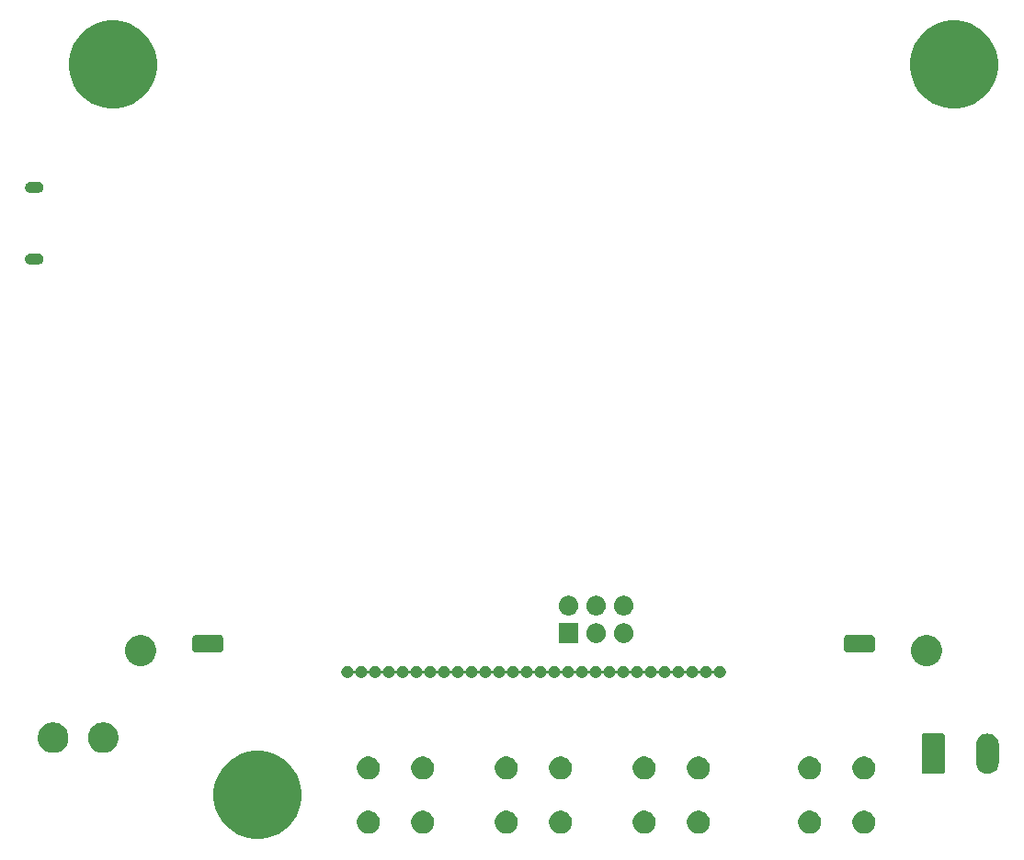
<source format=gbr>
G04 #@! TF.GenerationSoftware,KiCad,Pcbnew,(5.0.2)-1*
G04 #@! TF.CreationDate,2019-04-15T21:52:42-04:00*
G04 #@! TF.ProjectId,gomagottcha,676f6d61-676f-4747-9463-68612e6b6963,rev?*
G04 #@! TF.SameCoordinates,Original*
G04 #@! TF.FileFunction,Soldermask,Bot*
G04 #@! TF.FilePolarity,Negative*
%FSLAX46Y46*%
G04 Gerber Fmt 4.6, Leading zero omitted, Abs format (unit mm)*
G04 Created by KiCad (PCBNEW (5.0.2)-1) date 4/15/2019 9:52:42 PM*
%MOMM*%
%LPD*%
G01*
G04 APERTURE LIST*
%ADD10C,0.100000*%
G04 APERTURE END LIST*
D10*
G36*
X60871632Y-82464677D02*
X61303495Y-82643561D01*
X61608868Y-82770050D01*
X62018316Y-83043635D01*
X62272365Y-83213385D01*
X62836615Y-83777635D01*
X62836617Y-83777638D01*
X63279950Y-84441132D01*
X63279950Y-84441133D01*
X63585323Y-85178368D01*
X63741000Y-85961010D01*
X63741000Y-86758990D01*
X63585323Y-87541632D01*
X63474575Y-87809000D01*
X63279950Y-88278868D01*
X62839606Y-88937889D01*
X62836615Y-88942365D01*
X62272365Y-89506615D01*
X62272362Y-89506617D01*
X61608868Y-89949950D01*
X61303495Y-90076439D01*
X60871632Y-90255323D01*
X60088990Y-90411000D01*
X59291010Y-90411000D01*
X58508368Y-90255323D01*
X58076505Y-90076439D01*
X57771132Y-89949950D01*
X57107638Y-89506617D01*
X57107635Y-89506615D01*
X56543385Y-88942365D01*
X56540394Y-88937889D01*
X56100050Y-88278868D01*
X55905425Y-87809000D01*
X55794677Y-87541632D01*
X55639000Y-86758990D01*
X55639000Y-85961010D01*
X55794677Y-85178368D01*
X56100050Y-84441133D01*
X56100050Y-84441132D01*
X56543383Y-83777638D01*
X56543385Y-83777635D01*
X57107635Y-83213385D01*
X57361684Y-83043635D01*
X57771132Y-82770050D01*
X58076505Y-82643561D01*
X58508368Y-82464677D01*
X59291010Y-82309000D01*
X60088990Y-82309000D01*
X60871632Y-82464677D01*
X60871632Y-82464677D01*
G37*
G36*
X115836565Y-87849389D02*
X116027834Y-87928615D01*
X116199976Y-88043637D01*
X116346363Y-88190024D01*
X116461385Y-88362166D01*
X116540611Y-88553435D01*
X116581000Y-88756484D01*
X116581000Y-88963516D01*
X116540611Y-89166565D01*
X116461385Y-89357834D01*
X116346363Y-89529976D01*
X116199976Y-89676363D01*
X116027834Y-89791385D01*
X115836565Y-89870611D01*
X115633516Y-89911000D01*
X115426484Y-89911000D01*
X115223435Y-89870611D01*
X115032166Y-89791385D01*
X114860024Y-89676363D01*
X114713637Y-89529976D01*
X114598615Y-89357834D01*
X114519389Y-89166565D01*
X114479000Y-88963516D01*
X114479000Y-88756484D01*
X114519389Y-88553435D01*
X114598615Y-88362166D01*
X114713637Y-88190024D01*
X114860024Y-88043637D01*
X115032166Y-87928615D01*
X115223435Y-87849389D01*
X115426484Y-87809000D01*
X115633516Y-87809000D01*
X115836565Y-87849389D01*
X115836565Y-87849389D01*
G37*
G36*
X70196565Y-87849389D02*
X70387834Y-87928615D01*
X70559976Y-88043637D01*
X70706363Y-88190024D01*
X70821385Y-88362166D01*
X70900611Y-88553435D01*
X70941000Y-88756484D01*
X70941000Y-88963516D01*
X70900611Y-89166565D01*
X70821385Y-89357834D01*
X70706363Y-89529976D01*
X70559976Y-89676363D01*
X70387834Y-89791385D01*
X70196565Y-89870611D01*
X69993516Y-89911000D01*
X69786484Y-89911000D01*
X69583435Y-89870611D01*
X69392166Y-89791385D01*
X69220024Y-89676363D01*
X69073637Y-89529976D01*
X68958615Y-89357834D01*
X68879389Y-89166565D01*
X68839000Y-88963516D01*
X68839000Y-88756484D01*
X68879389Y-88553435D01*
X68958615Y-88362166D01*
X69073637Y-88190024D01*
X69220024Y-88043637D01*
X69392166Y-87928615D01*
X69583435Y-87849389D01*
X69786484Y-87809000D01*
X69993516Y-87809000D01*
X70196565Y-87849389D01*
X70196565Y-87849389D01*
G37*
G36*
X110836565Y-87849389D02*
X111027834Y-87928615D01*
X111199976Y-88043637D01*
X111346363Y-88190024D01*
X111461385Y-88362166D01*
X111540611Y-88553435D01*
X111581000Y-88756484D01*
X111581000Y-88963516D01*
X111540611Y-89166565D01*
X111461385Y-89357834D01*
X111346363Y-89529976D01*
X111199976Y-89676363D01*
X111027834Y-89791385D01*
X110836565Y-89870611D01*
X110633516Y-89911000D01*
X110426484Y-89911000D01*
X110223435Y-89870611D01*
X110032166Y-89791385D01*
X109860024Y-89676363D01*
X109713637Y-89529976D01*
X109598615Y-89357834D01*
X109519389Y-89166565D01*
X109479000Y-88963516D01*
X109479000Y-88756484D01*
X109519389Y-88553435D01*
X109598615Y-88362166D01*
X109713637Y-88190024D01*
X109860024Y-88043637D01*
X110032166Y-87928615D01*
X110223435Y-87849389D01*
X110426484Y-87809000D01*
X110633516Y-87809000D01*
X110836565Y-87849389D01*
X110836565Y-87849389D01*
G37*
G36*
X75196565Y-87849389D02*
X75387834Y-87928615D01*
X75559976Y-88043637D01*
X75706363Y-88190024D01*
X75821385Y-88362166D01*
X75900611Y-88553435D01*
X75941000Y-88756484D01*
X75941000Y-88963516D01*
X75900611Y-89166565D01*
X75821385Y-89357834D01*
X75706363Y-89529976D01*
X75559976Y-89676363D01*
X75387834Y-89791385D01*
X75196565Y-89870611D01*
X74993516Y-89911000D01*
X74786484Y-89911000D01*
X74583435Y-89870611D01*
X74392166Y-89791385D01*
X74220024Y-89676363D01*
X74073637Y-89529976D01*
X73958615Y-89357834D01*
X73879389Y-89166565D01*
X73839000Y-88963516D01*
X73839000Y-88756484D01*
X73879389Y-88553435D01*
X73958615Y-88362166D01*
X74073637Y-88190024D01*
X74220024Y-88043637D01*
X74392166Y-87928615D01*
X74583435Y-87849389D01*
X74786484Y-87809000D01*
X74993516Y-87809000D01*
X75196565Y-87849389D01*
X75196565Y-87849389D01*
G37*
G36*
X87896565Y-87849389D02*
X88087834Y-87928615D01*
X88259976Y-88043637D01*
X88406363Y-88190024D01*
X88521385Y-88362166D01*
X88600611Y-88553435D01*
X88641000Y-88756484D01*
X88641000Y-88963516D01*
X88600611Y-89166565D01*
X88521385Y-89357834D01*
X88406363Y-89529976D01*
X88259976Y-89676363D01*
X88087834Y-89791385D01*
X87896565Y-89870611D01*
X87693516Y-89911000D01*
X87486484Y-89911000D01*
X87283435Y-89870611D01*
X87092166Y-89791385D01*
X86920024Y-89676363D01*
X86773637Y-89529976D01*
X86658615Y-89357834D01*
X86579389Y-89166565D01*
X86539000Y-88963516D01*
X86539000Y-88756484D01*
X86579389Y-88553435D01*
X86658615Y-88362166D01*
X86773637Y-88190024D01*
X86920024Y-88043637D01*
X87092166Y-87928615D01*
X87283435Y-87849389D01*
X87486484Y-87809000D01*
X87693516Y-87809000D01*
X87896565Y-87849389D01*
X87896565Y-87849389D01*
G37*
G36*
X82896565Y-87849389D02*
X83087834Y-87928615D01*
X83259976Y-88043637D01*
X83406363Y-88190024D01*
X83521385Y-88362166D01*
X83600611Y-88553435D01*
X83641000Y-88756484D01*
X83641000Y-88963516D01*
X83600611Y-89166565D01*
X83521385Y-89357834D01*
X83406363Y-89529976D01*
X83259976Y-89676363D01*
X83087834Y-89791385D01*
X82896565Y-89870611D01*
X82693516Y-89911000D01*
X82486484Y-89911000D01*
X82283435Y-89870611D01*
X82092166Y-89791385D01*
X81920024Y-89676363D01*
X81773637Y-89529976D01*
X81658615Y-89357834D01*
X81579389Y-89166565D01*
X81539000Y-88963516D01*
X81539000Y-88756484D01*
X81579389Y-88553435D01*
X81658615Y-88362166D01*
X81773637Y-88190024D01*
X81920024Y-88043637D01*
X82092166Y-87928615D01*
X82283435Y-87849389D01*
X82486484Y-87809000D01*
X82693516Y-87809000D01*
X82896565Y-87849389D01*
X82896565Y-87849389D01*
G37*
G36*
X95596565Y-87849389D02*
X95787834Y-87928615D01*
X95959976Y-88043637D01*
X96106363Y-88190024D01*
X96221385Y-88362166D01*
X96300611Y-88553435D01*
X96341000Y-88756484D01*
X96341000Y-88963516D01*
X96300611Y-89166565D01*
X96221385Y-89357834D01*
X96106363Y-89529976D01*
X95959976Y-89676363D01*
X95787834Y-89791385D01*
X95596565Y-89870611D01*
X95393516Y-89911000D01*
X95186484Y-89911000D01*
X94983435Y-89870611D01*
X94792166Y-89791385D01*
X94620024Y-89676363D01*
X94473637Y-89529976D01*
X94358615Y-89357834D01*
X94279389Y-89166565D01*
X94239000Y-88963516D01*
X94239000Y-88756484D01*
X94279389Y-88553435D01*
X94358615Y-88362166D01*
X94473637Y-88190024D01*
X94620024Y-88043637D01*
X94792166Y-87928615D01*
X94983435Y-87849389D01*
X95186484Y-87809000D01*
X95393516Y-87809000D01*
X95596565Y-87849389D01*
X95596565Y-87849389D01*
G37*
G36*
X100596565Y-87849389D02*
X100787834Y-87928615D01*
X100959976Y-88043637D01*
X101106363Y-88190024D01*
X101221385Y-88362166D01*
X101300611Y-88553435D01*
X101341000Y-88756484D01*
X101341000Y-88963516D01*
X101300611Y-89166565D01*
X101221385Y-89357834D01*
X101106363Y-89529976D01*
X100959976Y-89676363D01*
X100787834Y-89791385D01*
X100596565Y-89870611D01*
X100393516Y-89911000D01*
X100186484Y-89911000D01*
X99983435Y-89870611D01*
X99792166Y-89791385D01*
X99620024Y-89676363D01*
X99473637Y-89529976D01*
X99358615Y-89357834D01*
X99279389Y-89166565D01*
X99239000Y-88963516D01*
X99239000Y-88756484D01*
X99279389Y-88553435D01*
X99358615Y-88362166D01*
X99473637Y-88190024D01*
X99620024Y-88043637D01*
X99792166Y-87928615D01*
X99983435Y-87849389D01*
X100186484Y-87809000D01*
X100393516Y-87809000D01*
X100596565Y-87849389D01*
X100596565Y-87849389D01*
G37*
G36*
X95596565Y-82849389D02*
X95787834Y-82928615D01*
X95959976Y-83043637D01*
X96106363Y-83190024D01*
X96221385Y-83362166D01*
X96300611Y-83553435D01*
X96341000Y-83756484D01*
X96341000Y-83963516D01*
X96300611Y-84166565D01*
X96221385Y-84357834D01*
X96106363Y-84529976D01*
X95959976Y-84676363D01*
X95787834Y-84791385D01*
X95596565Y-84870611D01*
X95393516Y-84911000D01*
X95186484Y-84911000D01*
X94983435Y-84870611D01*
X94792166Y-84791385D01*
X94620024Y-84676363D01*
X94473637Y-84529976D01*
X94358615Y-84357834D01*
X94279389Y-84166565D01*
X94239000Y-83963516D01*
X94239000Y-83756484D01*
X94279389Y-83553435D01*
X94358615Y-83362166D01*
X94473637Y-83190024D01*
X94620024Y-83043637D01*
X94792166Y-82928615D01*
X94983435Y-82849389D01*
X95186484Y-82809000D01*
X95393516Y-82809000D01*
X95596565Y-82849389D01*
X95596565Y-82849389D01*
G37*
G36*
X100596565Y-82849389D02*
X100787834Y-82928615D01*
X100959976Y-83043637D01*
X101106363Y-83190024D01*
X101221385Y-83362166D01*
X101300611Y-83553435D01*
X101341000Y-83756484D01*
X101341000Y-83963516D01*
X101300611Y-84166565D01*
X101221385Y-84357834D01*
X101106363Y-84529976D01*
X100959976Y-84676363D01*
X100787834Y-84791385D01*
X100596565Y-84870611D01*
X100393516Y-84911000D01*
X100186484Y-84911000D01*
X99983435Y-84870611D01*
X99792166Y-84791385D01*
X99620024Y-84676363D01*
X99473637Y-84529976D01*
X99358615Y-84357834D01*
X99279389Y-84166565D01*
X99239000Y-83963516D01*
X99239000Y-83756484D01*
X99279389Y-83553435D01*
X99358615Y-83362166D01*
X99473637Y-83190024D01*
X99620024Y-83043637D01*
X99792166Y-82928615D01*
X99983435Y-82849389D01*
X100186484Y-82809000D01*
X100393516Y-82809000D01*
X100596565Y-82849389D01*
X100596565Y-82849389D01*
G37*
G36*
X82896565Y-82849389D02*
X83087834Y-82928615D01*
X83259976Y-83043637D01*
X83406363Y-83190024D01*
X83521385Y-83362166D01*
X83600611Y-83553435D01*
X83641000Y-83756484D01*
X83641000Y-83963516D01*
X83600611Y-84166565D01*
X83521385Y-84357834D01*
X83406363Y-84529976D01*
X83259976Y-84676363D01*
X83087834Y-84791385D01*
X82896565Y-84870611D01*
X82693516Y-84911000D01*
X82486484Y-84911000D01*
X82283435Y-84870611D01*
X82092166Y-84791385D01*
X81920024Y-84676363D01*
X81773637Y-84529976D01*
X81658615Y-84357834D01*
X81579389Y-84166565D01*
X81539000Y-83963516D01*
X81539000Y-83756484D01*
X81579389Y-83553435D01*
X81658615Y-83362166D01*
X81773637Y-83190024D01*
X81920024Y-83043637D01*
X82092166Y-82928615D01*
X82283435Y-82849389D01*
X82486484Y-82809000D01*
X82693516Y-82809000D01*
X82896565Y-82849389D01*
X82896565Y-82849389D01*
G37*
G36*
X87896565Y-82849389D02*
X88087834Y-82928615D01*
X88259976Y-83043637D01*
X88406363Y-83190024D01*
X88521385Y-83362166D01*
X88600611Y-83553435D01*
X88641000Y-83756484D01*
X88641000Y-83963516D01*
X88600611Y-84166565D01*
X88521385Y-84357834D01*
X88406363Y-84529976D01*
X88259976Y-84676363D01*
X88087834Y-84791385D01*
X87896565Y-84870611D01*
X87693516Y-84911000D01*
X87486484Y-84911000D01*
X87283435Y-84870611D01*
X87092166Y-84791385D01*
X86920024Y-84676363D01*
X86773637Y-84529976D01*
X86658615Y-84357834D01*
X86579389Y-84166565D01*
X86539000Y-83963516D01*
X86539000Y-83756484D01*
X86579389Y-83553435D01*
X86658615Y-83362166D01*
X86773637Y-83190024D01*
X86920024Y-83043637D01*
X87092166Y-82928615D01*
X87283435Y-82849389D01*
X87486484Y-82809000D01*
X87693516Y-82809000D01*
X87896565Y-82849389D01*
X87896565Y-82849389D01*
G37*
G36*
X75196565Y-82849389D02*
X75387834Y-82928615D01*
X75559976Y-83043637D01*
X75706363Y-83190024D01*
X75821385Y-83362166D01*
X75900611Y-83553435D01*
X75941000Y-83756484D01*
X75941000Y-83963516D01*
X75900611Y-84166565D01*
X75821385Y-84357834D01*
X75706363Y-84529976D01*
X75559976Y-84676363D01*
X75387834Y-84791385D01*
X75196565Y-84870611D01*
X74993516Y-84911000D01*
X74786484Y-84911000D01*
X74583435Y-84870611D01*
X74392166Y-84791385D01*
X74220024Y-84676363D01*
X74073637Y-84529976D01*
X73958615Y-84357834D01*
X73879389Y-84166565D01*
X73839000Y-83963516D01*
X73839000Y-83756484D01*
X73879389Y-83553435D01*
X73958615Y-83362166D01*
X74073637Y-83190024D01*
X74220024Y-83043637D01*
X74392166Y-82928615D01*
X74583435Y-82849389D01*
X74786484Y-82809000D01*
X74993516Y-82809000D01*
X75196565Y-82849389D01*
X75196565Y-82849389D01*
G37*
G36*
X115836565Y-82849389D02*
X116027834Y-82928615D01*
X116199976Y-83043637D01*
X116346363Y-83190024D01*
X116461385Y-83362166D01*
X116540611Y-83553435D01*
X116581000Y-83756484D01*
X116581000Y-83963516D01*
X116540611Y-84166565D01*
X116461385Y-84357834D01*
X116346363Y-84529976D01*
X116199976Y-84676363D01*
X116027834Y-84791385D01*
X115836565Y-84870611D01*
X115633516Y-84911000D01*
X115426484Y-84911000D01*
X115223435Y-84870611D01*
X115032166Y-84791385D01*
X114860024Y-84676363D01*
X114713637Y-84529976D01*
X114598615Y-84357834D01*
X114519389Y-84166565D01*
X114479000Y-83963516D01*
X114479000Y-83756484D01*
X114519389Y-83553435D01*
X114598615Y-83362166D01*
X114713637Y-83190024D01*
X114860024Y-83043637D01*
X115032166Y-82928615D01*
X115223435Y-82849389D01*
X115426484Y-82809000D01*
X115633516Y-82809000D01*
X115836565Y-82849389D01*
X115836565Y-82849389D01*
G37*
G36*
X110836565Y-82849389D02*
X111027834Y-82928615D01*
X111199976Y-83043637D01*
X111346363Y-83190024D01*
X111461385Y-83362166D01*
X111540611Y-83553435D01*
X111581000Y-83756484D01*
X111581000Y-83963516D01*
X111540611Y-84166565D01*
X111461385Y-84357834D01*
X111346363Y-84529976D01*
X111199976Y-84676363D01*
X111027834Y-84791385D01*
X110836565Y-84870611D01*
X110633516Y-84911000D01*
X110426484Y-84911000D01*
X110223435Y-84870611D01*
X110032166Y-84791385D01*
X109860024Y-84676363D01*
X109713637Y-84529976D01*
X109598615Y-84357834D01*
X109519389Y-84166565D01*
X109479000Y-83963516D01*
X109479000Y-83756484D01*
X109519389Y-83553435D01*
X109598615Y-83362166D01*
X109713637Y-83190024D01*
X109860024Y-83043637D01*
X110032166Y-82928615D01*
X110223435Y-82849389D01*
X110426484Y-82809000D01*
X110633516Y-82809000D01*
X110836565Y-82849389D01*
X110836565Y-82849389D01*
G37*
G36*
X70196565Y-82849389D02*
X70387834Y-82928615D01*
X70559976Y-83043637D01*
X70706363Y-83190024D01*
X70821385Y-83362166D01*
X70900611Y-83553435D01*
X70941000Y-83756484D01*
X70941000Y-83963516D01*
X70900611Y-84166565D01*
X70821385Y-84357834D01*
X70706363Y-84529976D01*
X70559976Y-84676363D01*
X70387834Y-84791385D01*
X70196565Y-84870611D01*
X69993516Y-84911000D01*
X69786484Y-84911000D01*
X69583435Y-84870611D01*
X69392166Y-84791385D01*
X69220024Y-84676363D01*
X69073637Y-84529976D01*
X68958615Y-84357834D01*
X68879389Y-84166565D01*
X68839000Y-83963516D01*
X68839000Y-83756484D01*
X68879389Y-83553435D01*
X68958615Y-83362166D01*
X69073637Y-83190024D01*
X69220024Y-83043637D01*
X69392166Y-82928615D01*
X69583435Y-82849389D01*
X69786484Y-82809000D01*
X69993516Y-82809000D01*
X70196565Y-82849389D01*
X70196565Y-82849389D01*
G37*
G36*
X127126031Y-80714207D02*
X127324145Y-80774305D01*
X127506729Y-80871897D01*
X127666765Y-81003235D01*
X127666766Y-81003237D01*
X127666768Y-81003238D01*
X127745568Y-81099257D01*
X127798103Y-81163271D01*
X127895695Y-81345854D01*
X127955793Y-81543968D01*
X127971000Y-81698370D01*
X127971000Y-83401630D01*
X127955793Y-83556032D01*
X127895695Y-83754146D01*
X127798103Y-83936729D01*
X127666765Y-84096765D01*
X127506729Y-84228103D01*
X127324146Y-84325695D01*
X127126032Y-84385793D01*
X126920000Y-84406085D01*
X126713969Y-84385793D01*
X126515855Y-84325695D01*
X126333272Y-84228103D01*
X126173236Y-84096765D01*
X126041898Y-83936729D01*
X125944306Y-83754146D01*
X125944305Y-83754144D01*
X125884207Y-83556033D01*
X125869000Y-83401631D01*
X125869000Y-81698370D01*
X125884207Y-81543973D01*
X125884207Y-81543969D01*
X125944305Y-81345855D01*
X126041897Y-81163271D01*
X126173235Y-81003235D01*
X126173237Y-81003234D01*
X126173238Y-81003232D01*
X126333269Y-80871899D01*
X126333271Y-80871897D01*
X126515854Y-80774305D01*
X126713968Y-80714207D01*
X126920000Y-80693915D01*
X127126031Y-80714207D01*
X127126031Y-80714207D01*
G37*
G36*
X122834851Y-80702840D02*
X122866443Y-80712423D01*
X122895557Y-80727985D01*
X122921073Y-80748927D01*
X122942015Y-80774443D01*
X122957577Y-80803557D01*
X122967160Y-80835149D01*
X122971000Y-80874140D01*
X122971000Y-84225860D01*
X122967160Y-84264851D01*
X122957577Y-84296443D01*
X122942015Y-84325557D01*
X122921073Y-84351073D01*
X122895557Y-84372015D01*
X122866443Y-84387577D01*
X122834851Y-84397160D01*
X122795860Y-84401000D01*
X121044140Y-84401000D01*
X121005149Y-84397160D01*
X120973557Y-84387577D01*
X120944443Y-84372015D01*
X120918927Y-84351073D01*
X120897985Y-84325557D01*
X120882423Y-84296443D01*
X120872840Y-84264851D01*
X120869000Y-84225860D01*
X120869000Y-80874140D01*
X120872840Y-80835149D01*
X120882423Y-80803557D01*
X120897985Y-80774443D01*
X120918927Y-80748927D01*
X120944443Y-80727985D01*
X120973557Y-80712423D01*
X121005149Y-80702840D01*
X121044140Y-80699000D01*
X122795860Y-80699000D01*
X122834851Y-80702840D01*
X122834851Y-80702840D01*
G37*
G36*
X45784433Y-79713893D02*
X45874657Y-79731839D01*
X45980267Y-79775585D01*
X46129621Y-79837449D01*
X46359089Y-79990774D01*
X46554226Y-80185911D01*
X46707551Y-80415379D01*
X46769415Y-80564733D01*
X46813161Y-80670343D01*
X46827669Y-80743281D01*
X46860929Y-80910490D01*
X46867000Y-80941014D01*
X46867000Y-81216986D01*
X46813161Y-81487657D01*
X46789834Y-81543972D01*
X46707551Y-81742621D01*
X46554226Y-81972089D01*
X46359089Y-82167226D01*
X46129621Y-82320551D01*
X45980267Y-82382415D01*
X45874657Y-82426161D01*
X45784433Y-82444107D01*
X45603988Y-82480000D01*
X45328012Y-82480000D01*
X45147567Y-82444107D01*
X45057343Y-82426161D01*
X44951733Y-82382415D01*
X44802379Y-82320551D01*
X44572911Y-82167226D01*
X44377774Y-81972089D01*
X44224449Y-81742621D01*
X44142166Y-81543972D01*
X44118839Y-81487657D01*
X44065000Y-81216986D01*
X44065000Y-80941014D01*
X44071072Y-80910490D01*
X44104331Y-80743281D01*
X44118839Y-80670343D01*
X44162585Y-80564733D01*
X44224449Y-80415379D01*
X44377774Y-80185911D01*
X44572911Y-79990774D01*
X44802379Y-79837449D01*
X44951733Y-79775585D01*
X45057343Y-79731839D01*
X45147567Y-79713893D01*
X45328012Y-79678000D01*
X45603988Y-79678000D01*
X45784433Y-79713893D01*
X45784433Y-79713893D01*
G37*
G36*
X41184433Y-79713893D02*
X41274657Y-79731839D01*
X41380267Y-79775585D01*
X41529621Y-79837449D01*
X41759089Y-79990774D01*
X41954226Y-80185911D01*
X42107551Y-80415379D01*
X42169415Y-80564733D01*
X42213161Y-80670343D01*
X42227669Y-80743281D01*
X42260929Y-80910490D01*
X42267000Y-80941014D01*
X42267000Y-81216986D01*
X42213161Y-81487657D01*
X42189834Y-81543972D01*
X42107551Y-81742621D01*
X41954226Y-81972089D01*
X41759089Y-82167226D01*
X41529621Y-82320551D01*
X41380267Y-82382415D01*
X41274657Y-82426161D01*
X41184433Y-82444107D01*
X41003988Y-82480000D01*
X40728012Y-82480000D01*
X40547567Y-82444107D01*
X40457343Y-82426161D01*
X40351733Y-82382415D01*
X40202379Y-82320551D01*
X39972911Y-82167226D01*
X39777774Y-81972089D01*
X39624449Y-81742621D01*
X39542166Y-81543972D01*
X39518839Y-81487657D01*
X39465000Y-81216986D01*
X39465000Y-80941014D01*
X39471072Y-80910490D01*
X39504331Y-80743281D01*
X39518839Y-80670343D01*
X39562585Y-80564733D01*
X39624449Y-80415379D01*
X39777774Y-80185911D01*
X39972911Y-79990774D01*
X40202379Y-79837449D01*
X40351733Y-79775585D01*
X40457343Y-79731839D01*
X40547567Y-79713893D01*
X40728012Y-79678000D01*
X41003988Y-79678000D01*
X41184433Y-79713893D01*
X41184433Y-79713893D01*
G37*
G36*
X68131121Y-74476374D02*
X68231395Y-74517909D01*
X68321645Y-74578212D01*
X68398388Y-74654955D01*
X68458691Y-74745204D01*
X68489915Y-74820587D01*
X68501466Y-74842198D01*
X68517011Y-74861140D01*
X68535953Y-74876685D01*
X68557564Y-74888237D01*
X68581013Y-74895350D01*
X68605400Y-74897752D01*
X68629786Y-74895350D01*
X68653235Y-74888237D01*
X68674846Y-74876686D01*
X68693788Y-74861141D01*
X68709333Y-74842199D01*
X68720885Y-74820587D01*
X68752109Y-74745204D01*
X68812412Y-74654955D01*
X68889155Y-74578212D01*
X68979405Y-74517909D01*
X69079679Y-74476374D01*
X69186130Y-74455200D01*
X69294670Y-74455200D01*
X69401121Y-74476374D01*
X69501395Y-74517909D01*
X69591645Y-74578212D01*
X69668388Y-74654955D01*
X69728691Y-74745204D01*
X69759915Y-74820587D01*
X69771466Y-74842198D01*
X69787011Y-74861140D01*
X69805953Y-74876685D01*
X69827564Y-74888237D01*
X69851013Y-74895350D01*
X69875400Y-74897752D01*
X69899786Y-74895350D01*
X69923235Y-74888237D01*
X69944846Y-74876686D01*
X69963788Y-74861141D01*
X69979333Y-74842199D01*
X69990885Y-74820587D01*
X70022109Y-74745204D01*
X70082412Y-74654955D01*
X70159155Y-74578212D01*
X70249405Y-74517909D01*
X70349679Y-74476374D01*
X70456130Y-74455200D01*
X70564670Y-74455200D01*
X70671121Y-74476374D01*
X70771395Y-74517909D01*
X70861645Y-74578212D01*
X70938388Y-74654955D01*
X70998691Y-74745204D01*
X71029915Y-74820587D01*
X71041466Y-74842198D01*
X71057011Y-74861140D01*
X71075953Y-74876685D01*
X71097564Y-74888237D01*
X71121013Y-74895350D01*
X71145400Y-74897752D01*
X71169786Y-74895350D01*
X71193235Y-74888237D01*
X71214846Y-74876686D01*
X71233788Y-74861141D01*
X71249333Y-74842199D01*
X71260885Y-74820587D01*
X71292109Y-74745204D01*
X71352412Y-74654955D01*
X71429155Y-74578212D01*
X71519405Y-74517909D01*
X71619679Y-74476374D01*
X71726130Y-74455200D01*
X71834670Y-74455200D01*
X71941121Y-74476374D01*
X72041395Y-74517909D01*
X72131645Y-74578212D01*
X72208388Y-74654955D01*
X72268691Y-74745204D01*
X72299915Y-74820587D01*
X72311466Y-74842198D01*
X72327011Y-74861140D01*
X72345953Y-74876685D01*
X72367564Y-74888237D01*
X72391013Y-74895350D01*
X72415400Y-74897752D01*
X72439786Y-74895350D01*
X72463235Y-74888237D01*
X72484846Y-74876686D01*
X72503788Y-74861141D01*
X72519333Y-74842199D01*
X72530885Y-74820587D01*
X72562109Y-74745204D01*
X72622412Y-74654955D01*
X72699155Y-74578212D01*
X72789405Y-74517909D01*
X72889679Y-74476374D01*
X72996130Y-74455200D01*
X73104670Y-74455200D01*
X73211121Y-74476374D01*
X73311395Y-74517909D01*
X73401645Y-74578212D01*
X73478388Y-74654955D01*
X73538691Y-74745204D01*
X73569915Y-74820587D01*
X73581466Y-74842198D01*
X73597011Y-74861140D01*
X73615953Y-74876685D01*
X73637564Y-74888237D01*
X73661013Y-74895350D01*
X73685400Y-74897752D01*
X73709786Y-74895350D01*
X73733235Y-74888237D01*
X73754846Y-74876686D01*
X73773788Y-74861141D01*
X73789333Y-74842199D01*
X73800885Y-74820587D01*
X73832109Y-74745204D01*
X73892412Y-74654955D01*
X73969155Y-74578212D01*
X74059405Y-74517909D01*
X74159679Y-74476374D01*
X74266130Y-74455200D01*
X74374670Y-74455200D01*
X74481121Y-74476374D01*
X74581395Y-74517909D01*
X74671645Y-74578212D01*
X74748388Y-74654955D01*
X74808691Y-74745204D01*
X74839915Y-74820587D01*
X74851466Y-74842198D01*
X74867011Y-74861140D01*
X74885953Y-74876685D01*
X74907564Y-74888237D01*
X74931013Y-74895350D01*
X74955400Y-74897752D01*
X74979786Y-74895350D01*
X75003235Y-74888237D01*
X75024846Y-74876686D01*
X75043788Y-74861141D01*
X75059333Y-74842199D01*
X75070885Y-74820587D01*
X75102109Y-74745204D01*
X75162412Y-74654955D01*
X75239155Y-74578212D01*
X75329405Y-74517909D01*
X75429679Y-74476374D01*
X75536130Y-74455200D01*
X75644670Y-74455200D01*
X75751121Y-74476374D01*
X75851395Y-74517909D01*
X75941645Y-74578212D01*
X76018388Y-74654955D01*
X76078691Y-74745204D01*
X76109915Y-74820587D01*
X76121466Y-74842198D01*
X76137011Y-74861140D01*
X76155953Y-74876685D01*
X76177564Y-74888237D01*
X76201013Y-74895350D01*
X76225400Y-74897752D01*
X76249786Y-74895350D01*
X76273235Y-74888237D01*
X76294846Y-74876686D01*
X76313788Y-74861141D01*
X76329333Y-74842199D01*
X76340885Y-74820587D01*
X76372109Y-74745204D01*
X76432412Y-74654955D01*
X76509155Y-74578212D01*
X76599405Y-74517909D01*
X76699679Y-74476374D01*
X76806130Y-74455200D01*
X76914670Y-74455200D01*
X77021121Y-74476374D01*
X77121395Y-74517909D01*
X77211645Y-74578212D01*
X77288388Y-74654955D01*
X77348691Y-74745204D01*
X77379915Y-74820587D01*
X77391466Y-74842198D01*
X77407011Y-74861140D01*
X77425953Y-74876685D01*
X77447564Y-74888237D01*
X77471013Y-74895350D01*
X77495400Y-74897752D01*
X77519786Y-74895350D01*
X77543235Y-74888237D01*
X77564846Y-74876686D01*
X77583788Y-74861141D01*
X77599333Y-74842199D01*
X77610885Y-74820587D01*
X77642109Y-74745204D01*
X77702412Y-74654955D01*
X77779155Y-74578212D01*
X77869405Y-74517909D01*
X77969679Y-74476374D01*
X78076130Y-74455200D01*
X78184670Y-74455200D01*
X78291121Y-74476374D01*
X78391395Y-74517909D01*
X78481645Y-74578212D01*
X78558388Y-74654955D01*
X78618691Y-74745204D01*
X78649915Y-74820587D01*
X78661466Y-74842198D01*
X78677011Y-74861140D01*
X78695953Y-74876685D01*
X78717564Y-74888237D01*
X78741013Y-74895350D01*
X78765400Y-74897752D01*
X78789786Y-74895350D01*
X78813235Y-74888237D01*
X78834846Y-74876686D01*
X78853788Y-74861141D01*
X78869333Y-74842199D01*
X78880885Y-74820587D01*
X78912109Y-74745204D01*
X78972412Y-74654955D01*
X79049155Y-74578212D01*
X79139405Y-74517909D01*
X79239679Y-74476374D01*
X79346130Y-74455200D01*
X79454670Y-74455200D01*
X79561121Y-74476374D01*
X79661395Y-74517909D01*
X79751645Y-74578212D01*
X79828388Y-74654955D01*
X79888691Y-74745204D01*
X79919915Y-74820587D01*
X79931466Y-74842198D01*
X79947011Y-74861140D01*
X79965953Y-74876685D01*
X79987564Y-74888237D01*
X80011013Y-74895350D01*
X80035400Y-74897752D01*
X80059786Y-74895350D01*
X80083235Y-74888237D01*
X80104846Y-74876686D01*
X80123788Y-74861141D01*
X80139333Y-74842199D01*
X80150885Y-74820587D01*
X80182109Y-74745204D01*
X80242412Y-74654955D01*
X80319155Y-74578212D01*
X80409405Y-74517909D01*
X80509679Y-74476374D01*
X80616130Y-74455200D01*
X80724670Y-74455200D01*
X80831121Y-74476374D01*
X80931395Y-74517909D01*
X81021645Y-74578212D01*
X81098388Y-74654955D01*
X81158691Y-74745204D01*
X81189915Y-74820587D01*
X81201466Y-74842198D01*
X81217011Y-74861140D01*
X81235953Y-74876685D01*
X81257564Y-74888237D01*
X81281013Y-74895350D01*
X81305400Y-74897752D01*
X81329786Y-74895350D01*
X81353235Y-74888237D01*
X81374846Y-74876686D01*
X81393788Y-74861141D01*
X81409333Y-74842199D01*
X81420885Y-74820587D01*
X81452109Y-74745204D01*
X81512412Y-74654955D01*
X81589155Y-74578212D01*
X81679405Y-74517909D01*
X81779679Y-74476374D01*
X81886130Y-74455200D01*
X81994670Y-74455200D01*
X82101121Y-74476374D01*
X82201395Y-74517909D01*
X82291645Y-74578212D01*
X82368388Y-74654955D01*
X82428691Y-74745204D01*
X82459915Y-74820587D01*
X82471466Y-74842198D01*
X82487011Y-74861140D01*
X82505953Y-74876685D01*
X82527564Y-74888237D01*
X82551013Y-74895350D01*
X82575400Y-74897752D01*
X82599786Y-74895350D01*
X82623235Y-74888237D01*
X82644846Y-74876686D01*
X82663788Y-74861141D01*
X82679333Y-74842199D01*
X82690885Y-74820587D01*
X82722109Y-74745204D01*
X82782412Y-74654955D01*
X82859155Y-74578212D01*
X82949405Y-74517909D01*
X83049679Y-74476374D01*
X83156130Y-74455200D01*
X83264670Y-74455200D01*
X83371121Y-74476374D01*
X83471395Y-74517909D01*
X83561645Y-74578212D01*
X83638388Y-74654955D01*
X83698691Y-74745204D01*
X83729915Y-74820587D01*
X83741466Y-74842198D01*
X83757011Y-74861140D01*
X83775953Y-74876685D01*
X83797564Y-74888237D01*
X83821013Y-74895350D01*
X83845400Y-74897752D01*
X83869786Y-74895350D01*
X83893235Y-74888237D01*
X83914846Y-74876686D01*
X83933788Y-74861141D01*
X83949333Y-74842199D01*
X83960885Y-74820587D01*
X83992109Y-74745204D01*
X84052412Y-74654955D01*
X84129155Y-74578212D01*
X84219405Y-74517909D01*
X84319679Y-74476374D01*
X84426130Y-74455200D01*
X84534670Y-74455200D01*
X84641121Y-74476374D01*
X84741395Y-74517909D01*
X84831645Y-74578212D01*
X84908388Y-74654955D01*
X84968691Y-74745204D01*
X84999915Y-74820587D01*
X85011466Y-74842198D01*
X85027011Y-74861140D01*
X85045953Y-74876685D01*
X85067564Y-74888237D01*
X85091013Y-74895350D01*
X85115400Y-74897752D01*
X85139786Y-74895350D01*
X85163235Y-74888237D01*
X85184846Y-74876686D01*
X85203788Y-74861141D01*
X85219333Y-74842199D01*
X85230885Y-74820587D01*
X85262109Y-74745204D01*
X85322412Y-74654955D01*
X85399155Y-74578212D01*
X85489405Y-74517909D01*
X85589679Y-74476374D01*
X85696130Y-74455200D01*
X85804670Y-74455200D01*
X85911121Y-74476374D01*
X86011395Y-74517909D01*
X86101645Y-74578212D01*
X86178388Y-74654955D01*
X86238691Y-74745204D01*
X86269915Y-74820587D01*
X86281466Y-74842198D01*
X86297011Y-74861140D01*
X86315953Y-74876685D01*
X86337564Y-74888237D01*
X86361013Y-74895350D01*
X86385400Y-74897752D01*
X86409786Y-74895350D01*
X86433235Y-74888237D01*
X86454846Y-74876686D01*
X86473788Y-74861141D01*
X86489333Y-74842199D01*
X86500885Y-74820587D01*
X86532109Y-74745204D01*
X86592412Y-74654955D01*
X86669155Y-74578212D01*
X86759405Y-74517909D01*
X86859679Y-74476374D01*
X86966130Y-74455200D01*
X87074670Y-74455200D01*
X87181121Y-74476374D01*
X87281395Y-74517909D01*
X87371645Y-74578212D01*
X87448388Y-74654955D01*
X87508691Y-74745204D01*
X87539915Y-74820587D01*
X87551466Y-74842198D01*
X87567011Y-74861140D01*
X87585953Y-74876685D01*
X87607564Y-74888237D01*
X87631013Y-74895350D01*
X87655400Y-74897752D01*
X87679786Y-74895350D01*
X87703235Y-74888237D01*
X87724846Y-74876686D01*
X87743788Y-74861141D01*
X87759333Y-74842199D01*
X87770885Y-74820587D01*
X87802109Y-74745204D01*
X87862412Y-74654955D01*
X87939155Y-74578212D01*
X88029405Y-74517909D01*
X88129679Y-74476374D01*
X88236130Y-74455200D01*
X88344670Y-74455200D01*
X88451121Y-74476374D01*
X88551395Y-74517909D01*
X88641645Y-74578212D01*
X88718388Y-74654955D01*
X88778691Y-74745204D01*
X88809915Y-74820587D01*
X88821466Y-74842198D01*
X88837011Y-74861140D01*
X88855953Y-74876685D01*
X88877564Y-74888237D01*
X88901013Y-74895350D01*
X88925400Y-74897752D01*
X88949786Y-74895350D01*
X88973235Y-74888237D01*
X88994846Y-74876686D01*
X89013788Y-74861141D01*
X89029333Y-74842199D01*
X89040885Y-74820587D01*
X89072109Y-74745204D01*
X89132412Y-74654955D01*
X89209155Y-74578212D01*
X89299405Y-74517909D01*
X89399679Y-74476374D01*
X89506130Y-74455200D01*
X89614670Y-74455200D01*
X89721121Y-74476374D01*
X89821395Y-74517909D01*
X89911645Y-74578212D01*
X89988388Y-74654955D01*
X90048691Y-74745204D01*
X90079915Y-74820587D01*
X90091466Y-74842198D01*
X90107011Y-74861140D01*
X90125953Y-74876685D01*
X90147564Y-74888237D01*
X90171013Y-74895350D01*
X90195400Y-74897752D01*
X90219786Y-74895350D01*
X90243235Y-74888237D01*
X90264846Y-74876686D01*
X90283788Y-74861141D01*
X90299333Y-74842199D01*
X90310885Y-74820587D01*
X90342109Y-74745204D01*
X90402412Y-74654955D01*
X90479155Y-74578212D01*
X90569405Y-74517909D01*
X90669679Y-74476374D01*
X90776130Y-74455200D01*
X90884670Y-74455200D01*
X90991121Y-74476374D01*
X91091395Y-74517909D01*
X91181645Y-74578212D01*
X91258388Y-74654955D01*
X91318691Y-74745204D01*
X91349915Y-74820587D01*
X91361466Y-74842198D01*
X91377011Y-74861140D01*
X91395953Y-74876685D01*
X91417564Y-74888237D01*
X91441013Y-74895350D01*
X91465400Y-74897752D01*
X91489786Y-74895350D01*
X91513235Y-74888237D01*
X91534846Y-74876686D01*
X91553788Y-74861141D01*
X91569333Y-74842199D01*
X91580885Y-74820587D01*
X91612109Y-74745204D01*
X91672412Y-74654955D01*
X91749155Y-74578212D01*
X91839405Y-74517909D01*
X91939679Y-74476374D01*
X92046130Y-74455200D01*
X92154670Y-74455200D01*
X92261121Y-74476374D01*
X92361395Y-74517909D01*
X92451645Y-74578212D01*
X92528388Y-74654955D01*
X92588691Y-74745204D01*
X92619915Y-74820587D01*
X92631466Y-74842198D01*
X92647011Y-74861140D01*
X92665953Y-74876685D01*
X92687564Y-74888237D01*
X92711013Y-74895350D01*
X92735400Y-74897752D01*
X92759786Y-74895350D01*
X92783235Y-74888237D01*
X92804846Y-74876686D01*
X92823788Y-74861141D01*
X92839333Y-74842199D01*
X92850885Y-74820587D01*
X92882109Y-74745204D01*
X92942412Y-74654955D01*
X93019155Y-74578212D01*
X93109405Y-74517909D01*
X93209679Y-74476374D01*
X93316130Y-74455200D01*
X93424670Y-74455200D01*
X93531121Y-74476374D01*
X93631395Y-74517909D01*
X93721645Y-74578212D01*
X93798388Y-74654955D01*
X93858691Y-74745204D01*
X93889915Y-74820587D01*
X93901466Y-74842198D01*
X93917011Y-74861140D01*
X93935953Y-74876685D01*
X93957564Y-74888237D01*
X93981013Y-74895350D01*
X94005400Y-74897752D01*
X94029786Y-74895350D01*
X94053235Y-74888237D01*
X94074846Y-74876686D01*
X94093788Y-74861141D01*
X94109333Y-74842199D01*
X94120885Y-74820587D01*
X94152109Y-74745204D01*
X94212412Y-74654955D01*
X94289155Y-74578212D01*
X94379405Y-74517909D01*
X94479679Y-74476374D01*
X94586130Y-74455200D01*
X94694670Y-74455200D01*
X94801121Y-74476374D01*
X94901395Y-74517909D01*
X94991645Y-74578212D01*
X95068388Y-74654955D01*
X95128691Y-74745204D01*
X95159915Y-74820587D01*
X95171466Y-74842198D01*
X95187011Y-74861140D01*
X95205953Y-74876685D01*
X95227564Y-74888237D01*
X95251013Y-74895350D01*
X95275400Y-74897752D01*
X95299786Y-74895350D01*
X95323235Y-74888237D01*
X95344846Y-74876686D01*
X95363788Y-74861141D01*
X95379333Y-74842199D01*
X95390885Y-74820587D01*
X95422109Y-74745204D01*
X95482412Y-74654955D01*
X95559155Y-74578212D01*
X95649405Y-74517909D01*
X95749679Y-74476374D01*
X95856130Y-74455200D01*
X95964670Y-74455200D01*
X96071121Y-74476374D01*
X96171395Y-74517909D01*
X96261645Y-74578212D01*
X96338388Y-74654955D01*
X96398691Y-74745204D01*
X96429915Y-74820587D01*
X96441466Y-74842198D01*
X96457011Y-74861140D01*
X96475953Y-74876685D01*
X96497564Y-74888237D01*
X96521013Y-74895350D01*
X96545400Y-74897752D01*
X96569786Y-74895350D01*
X96593235Y-74888237D01*
X96614846Y-74876686D01*
X96633788Y-74861141D01*
X96649333Y-74842199D01*
X96660885Y-74820587D01*
X96692109Y-74745204D01*
X96752412Y-74654955D01*
X96829155Y-74578212D01*
X96919405Y-74517909D01*
X97019679Y-74476374D01*
X97126130Y-74455200D01*
X97234670Y-74455200D01*
X97341121Y-74476374D01*
X97441395Y-74517909D01*
X97531645Y-74578212D01*
X97608388Y-74654955D01*
X97668691Y-74745204D01*
X97699915Y-74820587D01*
X97711466Y-74842198D01*
X97727011Y-74861140D01*
X97745953Y-74876685D01*
X97767564Y-74888237D01*
X97791013Y-74895350D01*
X97815400Y-74897752D01*
X97839786Y-74895350D01*
X97863235Y-74888237D01*
X97884846Y-74876686D01*
X97903788Y-74861141D01*
X97919333Y-74842199D01*
X97930885Y-74820587D01*
X97962109Y-74745204D01*
X98022412Y-74654955D01*
X98099155Y-74578212D01*
X98189405Y-74517909D01*
X98289679Y-74476374D01*
X98396130Y-74455200D01*
X98504670Y-74455200D01*
X98611121Y-74476374D01*
X98711395Y-74517909D01*
X98801645Y-74578212D01*
X98878388Y-74654955D01*
X98938691Y-74745204D01*
X98969915Y-74820587D01*
X98981466Y-74842198D01*
X98997011Y-74861140D01*
X99015953Y-74876685D01*
X99037564Y-74888237D01*
X99061013Y-74895350D01*
X99085400Y-74897752D01*
X99109786Y-74895350D01*
X99133235Y-74888237D01*
X99154846Y-74876686D01*
X99173788Y-74861141D01*
X99189333Y-74842199D01*
X99200885Y-74820587D01*
X99232109Y-74745204D01*
X99292412Y-74654955D01*
X99369155Y-74578212D01*
X99459405Y-74517909D01*
X99559679Y-74476374D01*
X99666130Y-74455200D01*
X99774670Y-74455200D01*
X99881121Y-74476374D01*
X99981395Y-74517909D01*
X100071645Y-74578212D01*
X100148388Y-74654955D01*
X100208691Y-74745204D01*
X100239915Y-74820587D01*
X100251466Y-74842198D01*
X100267011Y-74861140D01*
X100285953Y-74876685D01*
X100307564Y-74888237D01*
X100331013Y-74895350D01*
X100355400Y-74897752D01*
X100379786Y-74895350D01*
X100403235Y-74888237D01*
X100424846Y-74876686D01*
X100443788Y-74861141D01*
X100459333Y-74842199D01*
X100470885Y-74820587D01*
X100502109Y-74745204D01*
X100562412Y-74654955D01*
X100639155Y-74578212D01*
X100729405Y-74517909D01*
X100829679Y-74476374D01*
X100936130Y-74455200D01*
X101044670Y-74455200D01*
X101151121Y-74476374D01*
X101251395Y-74517909D01*
X101341645Y-74578212D01*
X101418388Y-74654955D01*
X101478691Y-74745204D01*
X101509915Y-74820587D01*
X101521466Y-74842198D01*
X101537011Y-74861140D01*
X101555953Y-74876685D01*
X101577564Y-74888237D01*
X101601013Y-74895350D01*
X101625400Y-74897752D01*
X101649786Y-74895350D01*
X101673235Y-74888237D01*
X101694846Y-74876686D01*
X101713788Y-74861141D01*
X101729333Y-74842199D01*
X101740885Y-74820587D01*
X101772109Y-74745204D01*
X101832412Y-74654955D01*
X101909155Y-74578212D01*
X101999405Y-74517909D01*
X102099679Y-74476374D01*
X102206130Y-74455200D01*
X102314670Y-74455200D01*
X102421121Y-74476374D01*
X102521395Y-74517909D01*
X102611645Y-74578212D01*
X102688388Y-74654955D01*
X102748691Y-74745205D01*
X102790226Y-74845479D01*
X102811400Y-74951930D01*
X102811400Y-75060470D01*
X102790226Y-75166921D01*
X102748691Y-75267195D01*
X102688388Y-75357445D01*
X102611645Y-75434188D01*
X102521395Y-75494491D01*
X102421121Y-75536026D01*
X102314670Y-75557200D01*
X102206130Y-75557200D01*
X102099679Y-75536026D01*
X101999405Y-75494491D01*
X101909155Y-75434188D01*
X101832412Y-75357445D01*
X101772109Y-75267196D01*
X101740885Y-75191813D01*
X101729334Y-75170202D01*
X101713789Y-75151260D01*
X101694847Y-75135715D01*
X101673236Y-75124163D01*
X101649787Y-75117050D01*
X101625400Y-75114648D01*
X101601014Y-75117050D01*
X101577565Y-75124163D01*
X101555954Y-75135714D01*
X101537012Y-75151259D01*
X101521467Y-75170201D01*
X101509915Y-75191813D01*
X101478691Y-75267196D01*
X101418388Y-75357445D01*
X101341645Y-75434188D01*
X101251395Y-75494491D01*
X101151121Y-75536026D01*
X101044670Y-75557200D01*
X100936130Y-75557200D01*
X100829679Y-75536026D01*
X100729405Y-75494491D01*
X100639155Y-75434188D01*
X100562412Y-75357445D01*
X100502109Y-75267196D01*
X100470885Y-75191813D01*
X100459334Y-75170202D01*
X100443789Y-75151260D01*
X100424847Y-75135715D01*
X100403236Y-75124163D01*
X100379787Y-75117050D01*
X100355400Y-75114648D01*
X100331014Y-75117050D01*
X100307565Y-75124163D01*
X100285954Y-75135714D01*
X100267012Y-75151259D01*
X100251467Y-75170201D01*
X100239915Y-75191813D01*
X100208691Y-75267196D01*
X100148388Y-75357445D01*
X100071645Y-75434188D01*
X99981395Y-75494491D01*
X99881121Y-75536026D01*
X99774670Y-75557200D01*
X99666130Y-75557200D01*
X99559679Y-75536026D01*
X99459405Y-75494491D01*
X99369155Y-75434188D01*
X99292412Y-75357445D01*
X99232109Y-75267196D01*
X99200885Y-75191813D01*
X99189334Y-75170202D01*
X99173789Y-75151260D01*
X99154847Y-75135715D01*
X99133236Y-75124163D01*
X99109787Y-75117050D01*
X99085400Y-75114648D01*
X99061014Y-75117050D01*
X99037565Y-75124163D01*
X99015954Y-75135714D01*
X98997012Y-75151259D01*
X98981467Y-75170201D01*
X98969915Y-75191813D01*
X98938691Y-75267196D01*
X98878388Y-75357445D01*
X98801645Y-75434188D01*
X98711395Y-75494491D01*
X98611121Y-75536026D01*
X98504670Y-75557200D01*
X98396130Y-75557200D01*
X98289679Y-75536026D01*
X98189405Y-75494491D01*
X98099155Y-75434188D01*
X98022412Y-75357445D01*
X97962109Y-75267196D01*
X97930885Y-75191813D01*
X97919334Y-75170202D01*
X97903789Y-75151260D01*
X97884847Y-75135715D01*
X97863236Y-75124163D01*
X97839787Y-75117050D01*
X97815400Y-75114648D01*
X97791014Y-75117050D01*
X97767565Y-75124163D01*
X97745954Y-75135714D01*
X97727012Y-75151259D01*
X97711467Y-75170201D01*
X97699915Y-75191813D01*
X97668691Y-75267196D01*
X97608388Y-75357445D01*
X97531645Y-75434188D01*
X97441395Y-75494491D01*
X97341121Y-75536026D01*
X97234670Y-75557200D01*
X97126130Y-75557200D01*
X97019679Y-75536026D01*
X96919405Y-75494491D01*
X96829155Y-75434188D01*
X96752412Y-75357445D01*
X96692109Y-75267196D01*
X96660885Y-75191813D01*
X96649334Y-75170202D01*
X96633789Y-75151260D01*
X96614847Y-75135715D01*
X96593236Y-75124163D01*
X96569787Y-75117050D01*
X96545400Y-75114648D01*
X96521014Y-75117050D01*
X96497565Y-75124163D01*
X96475954Y-75135714D01*
X96457012Y-75151259D01*
X96441467Y-75170201D01*
X96429915Y-75191813D01*
X96398691Y-75267196D01*
X96338388Y-75357445D01*
X96261645Y-75434188D01*
X96171395Y-75494491D01*
X96071121Y-75536026D01*
X95964670Y-75557200D01*
X95856130Y-75557200D01*
X95749679Y-75536026D01*
X95649405Y-75494491D01*
X95559155Y-75434188D01*
X95482412Y-75357445D01*
X95422109Y-75267196D01*
X95390885Y-75191813D01*
X95379334Y-75170202D01*
X95363789Y-75151260D01*
X95344847Y-75135715D01*
X95323236Y-75124163D01*
X95299787Y-75117050D01*
X95275400Y-75114648D01*
X95251014Y-75117050D01*
X95227565Y-75124163D01*
X95205954Y-75135714D01*
X95187012Y-75151259D01*
X95171467Y-75170201D01*
X95159915Y-75191813D01*
X95128691Y-75267196D01*
X95068388Y-75357445D01*
X94991645Y-75434188D01*
X94901395Y-75494491D01*
X94801121Y-75536026D01*
X94694670Y-75557200D01*
X94586130Y-75557200D01*
X94479679Y-75536026D01*
X94379405Y-75494491D01*
X94289155Y-75434188D01*
X94212412Y-75357445D01*
X94152109Y-75267196D01*
X94120885Y-75191813D01*
X94109334Y-75170202D01*
X94093789Y-75151260D01*
X94074847Y-75135715D01*
X94053236Y-75124163D01*
X94029787Y-75117050D01*
X94005400Y-75114648D01*
X93981014Y-75117050D01*
X93957565Y-75124163D01*
X93935954Y-75135714D01*
X93917012Y-75151259D01*
X93901467Y-75170201D01*
X93889915Y-75191813D01*
X93858691Y-75267196D01*
X93798388Y-75357445D01*
X93721645Y-75434188D01*
X93631395Y-75494491D01*
X93531121Y-75536026D01*
X93424670Y-75557200D01*
X93316130Y-75557200D01*
X93209679Y-75536026D01*
X93109405Y-75494491D01*
X93019155Y-75434188D01*
X92942412Y-75357445D01*
X92882109Y-75267196D01*
X92850885Y-75191813D01*
X92839334Y-75170202D01*
X92823789Y-75151260D01*
X92804847Y-75135715D01*
X92783236Y-75124163D01*
X92759787Y-75117050D01*
X92735400Y-75114648D01*
X92711014Y-75117050D01*
X92687565Y-75124163D01*
X92665954Y-75135714D01*
X92647012Y-75151259D01*
X92631467Y-75170201D01*
X92619915Y-75191813D01*
X92588691Y-75267196D01*
X92528388Y-75357445D01*
X92451645Y-75434188D01*
X92361395Y-75494491D01*
X92261121Y-75536026D01*
X92154670Y-75557200D01*
X92046130Y-75557200D01*
X91939679Y-75536026D01*
X91839405Y-75494491D01*
X91749155Y-75434188D01*
X91672412Y-75357445D01*
X91612109Y-75267196D01*
X91580885Y-75191813D01*
X91569334Y-75170202D01*
X91553789Y-75151260D01*
X91534847Y-75135715D01*
X91513236Y-75124163D01*
X91489787Y-75117050D01*
X91465400Y-75114648D01*
X91441014Y-75117050D01*
X91417565Y-75124163D01*
X91395954Y-75135714D01*
X91377012Y-75151259D01*
X91361467Y-75170201D01*
X91349915Y-75191813D01*
X91318691Y-75267196D01*
X91258388Y-75357445D01*
X91181645Y-75434188D01*
X91091395Y-75494491D01*
X90991121Y-75536026D01*
X90884670Y-75557200D01*
X90776130Y-75557200D01*
X90669679Y-75536026D01*
X90569405Y-75494491D01*
X90479155Y-75434188D01*
X90402412Y-75357445D01*
X90342109Y-75267196D01*
X90310885Y-75191813D01*
X90299334Y-75170202D01*
X90283789Y-75151260D01*
X90264847Y-75135715D01*
X90243236Y-75124163D01*
X90219787Y-75117050D01*
X90195400Y-75114648D01*
X90171014Y-75117050D01*
X90147565Y-75124163D01*
X90125954Y-75135714D01*
X90107012Y-75151259D01*
X90091467Y-75170201D01*
X90079915Y-75191813D01*
X90048691Y-75267196D01*
X89988388Y-75357445D01*
X89911645Y-75434188D01*
X89821395Y-75494491D01*
X89721121Y-75536026D01*
X89614670Y-75557200D01*
X89506130Y-75557200D01*
X89399679Y-75536026D01*
X89299405Y-75494491D01*
X89209155Y-75434188D01*
X89132412Y-75357445D01*
X89072109Y-75267196D01*
X89040885Y-75191813D01*
X89029334Y-75170202D01*
X89013789Y-75151260D01*
X88994847Y-75135715D01*
X88973236Y-75124163D01*
X88949787Y-75117050D01*
X88925400Y-75114648D01*
X88901014Y-75117050D01*
X88877565Y-75124163D01*
X88855954Y-75135714D01*
X88837012Y-75151259D01*
X88821467Y-75170201D01*
X88809915Y-75191813D01*
X88778691Y-75267196D01*
X88718388Y-75357445D01*
X88641645Y-75434188D01*
X88551395Y-75494491D01*
X88451121Y-75536026D01*
X88344670Y-75557200D01*
X88236130Y-75557200D01*
X88129679Y-75536026D01*
X88029405Y-75494491D01*
X87939155Y-75434188D01*
X87862412Y-75357445D01*
X87802109Y-75267196D01*
X87770885Y-75191813D01*
X87759334Y-75170202D01*
X87743789Y-75151260D01*
X87724847Y-75135715D01*
X87703236Y-75124163D01*
X87679787Y-75117050D01*
X87655400Y-75114648D01*
X87631014Y-75117050D01*
X87607565Y-75124163D01*
X87585954Y-75135714D01*
X87567012Y-75151259D01*
X87551467Y-75170201D01*
X87539915Y-75191813D01*
X87508691Y-75267196D01*
X87448388Y-75357445D01*
X87371645Y-75434188D01*
X87281395Y-75494491D01*
X87181121Y-75536026D01*
X87074670Y-75557200D01*
X86966130Y-75557200D01*
X86859679Y-75536026D01*
X86759405Y-75494491D01*
X86669155Y-75434188D01*
X86592412Y-75357445D01*
X86532109Y-75267196D01*
X86500885Y-75191813D01*
X86489334Y-75170202D01*
X86473789Y-75151260D01*
X86454847Y-75135715D01*
X86433236Y-75124163D01*
X86409787Y-75117050D01*
X86385400Y-75114648D01*
X86361014Y-75117050D01*
X86337565Y-75124163D01*
X86315954Y-75135714D01*
X86297012Y-75151259D01*
X86281467Y-75170201D01*
X86269915Y-75191813D01*
X86238691Y-75267196D01*
X86178388Y-75357445D01*
X86101645Y-75434188D01*
X86011395Y-75494491D01*
X85911121Y-75536026D01*
X85804670Y-75557200D01*
X85696130Y-75557200D01*
X85589679Y-75536026D01*
X85489405Y-75494491D01*
X85399155Y-75434188D01*
X85322412Y-75357445D01*
X85262109Y-75267196D01*
X85230885Y-75191813D01*
X85219334Y-75170202D01*
X85203789Y-75151260D01*
X85184847Y-75135715D01*
X85163236Y-75124163D01*
X85139787Y-75117050D01*
X85115400Y-75114648D01*
X85091014Y-75117050D01*
X85067565Y-75124163D01*
X85045954Y-75135714D01*
X85027012Y-75151259D01*
X85011467Y-75170201D01*
X84999915Y-75191813D01*
X84968691Y-75267196D01*
X84908388Y-75357445D01*
X84831645Y-75434188D01*
X84741395Y-75494491D01*
X84641121Y-75536026D01*
X84534670Y-75557200D01*
X84426130Y-75557200D01*
X84319679Y-75536026D01*
X84219405Y-75494491D01*
X84129155Y-75434188D01*
X84052412Y-75357445D01*
X83992109Y-75267196D01*
X83960885Y-75191813D01*
X83949334Y-75170202D01*
X83933789Y-75151260D01*
X83914847Y-75135715D01*
X83893236Y-75124163D01*
X83869787Y-75117050D01*
X83845400Y-75114648D01*
X83821014Y-75117050D01*
X83797565Y-75124163D01*
X83775954Y-75135714D01*
X83757012Y-75151259D01*
X83741467Y-75170201D01*
X83729915Y-75191813D01*
X83698691Y-75267196D01*
X83638388Y-75357445D01*
X83561645Y-75434188D01*
X83471395Y-75494491D01*
X83371121Y-75536026D01*
X83264670Y-75557200D01*
X83156130Y-75557200D01*
X83049679Y-75536026D01*
X82949405Y-75494491D01*
X82859155Y-75434188D01*
X82782412Y-75357445D01*
X82722109Y-75267196D01*
X82690885Y-75191813D01*
X82679334Y-75170202D01*
X82663789Y-75151260D01*
X82644847Y-75135715D01*
X82623236Y-75124163D01*
X82599787Y-75117050D01*
X82575400Y-75114648D01*
X82551014Y-75117050D01*
X82527565Y-75124163D01*
X82505954Y-75135714D01*
X82487012Y-75151259D01*
X82471467Y-75170201D01*
X82459915Y-75191813D01*
X82428691Y-75267196D01*
X82368388Y-75357445D01*
X82291645Y-75434188D01*
X82201395Y-75494491D01*
X82101121Y-75536026D01*
X81994670Y-75557200D01*
X81886130Y-75557200D01*
X81779679Y-75536026D01*
X81679405Y-75494491D01*
X81589155Y-75434188D01*
X81512412Y-75357445D01*
X81452109Y-75267196D01*
X81420885Y-75191813D01*
X81409334Y-75170202D01*
X81393789Y-75151260D01*
X81374847Y-75135715D01*
X81353236Y-75124163D01*
X81329787Y-75117050D01*
X81305400Y-75114648D01*
X81281014Y-75117050D01*
X81257565Y-75124163D01*
X81235954Y-75135714D01*
X81217012Y-75151259D01*
X81201467Y-75170201D01*
X81189915Y-75191813D01*
X81158691Y-75267196D01*
X81098388Y-75357445D01*
X81021645Y-75434188D01*
X80931395Y-75494491D01*
X80831121Y-75536026D01*
X80724670Y-75557200D01*
X80616130Y-75557200D01*
X80509679Y-75536026D01*
X80409405Y-75494491D01*
X80319155Y-75434188D01*
X80242412Y-75357445D01*
X80182109Y-75267196D01*
X80150885Y-75191813D01*
X80139334Y-75170202D01*
X80123789Y-75151260D01*
X80104847Y-75135715D01*
X80083236Y-75124163D01*
X80059787Y-75117050D01*
X80035400Y-75114648D01*
X80011014Y-75117050D01*
X79987565Y-75124163D01*
X79965954Y-75135714D01*
X79947012Y-75151259D01*
X79931467Y-75170201D01*
X79919915Y-75191813D01*
X79888691Y-75267196D01*
X79828388Y-75357445D01*
X79751645Y-75434188D01*
X79661395Y-75494491D01*
X79561121Y-75536026D01*
X79454670Y-75557200D01*
X79346130Y-75557200D01*
X79239679Y-75536026D01*
X79139405Y-75494491D01*
X79049155Y-75434188D01*
X78972412Y-75357445D01*
X78912109Y-75267196D01*
X78880885Y-75191813D01*
X78869334Y-75170202D01*
X78853789Y-75151260D01*
X78834847Y-75135715D01*
X78813236Y-75124163D01*
X78789787Y-75117050D01*
X78765400Y-75114648D01*
X78741014Y-75117050D01*
X78717565Y-75124163D01*
X78695954Y-75135714D01*
X78677012Y-75151259D01*
X78661467Y-75170201D01*
X78649915Y-75191813D01*
X78618691Y-75267196D01*
X78558388Y-75357445D01*
X78481645Y-75434188D01*
X78391395Y-75494491D01*
X78291121Y-75536026D01*
X78184670Y-75557200D01*
X78076130Y-75557200D01*
X77969679Y-75536026D01*
X77869405Y-75494491D01*
X77779155Y-75434188D01*
X77702412Y-75357445D01*
X77642109Y-75267196D01*
X77610885Y-75191813D01*
X77599334Y-75170202D01*
X77583789Y-75151260D01*
X77564847Y-75135715D01*
X77543236Y-75124163D01*
X77519787Y-75117050D01*
X77495400Y-75114648D01*
X77471014Y-75117050D01*
X77447565Y-75124163D01*
X77425954Y-75135714D01*
X77407012Y-75151259D01*
X77391467Y-75170201D01*
X77379915Y-75191813D01*
X77348691Y-75267196D01*
X77288388Y-75357445D01*
X77211645Y-75434188D01*
X77121395Y-75494491D01*
X77021121Y-75536026D01*
X76914670Y-75557200D01*
X76806130Y-75557200D01*
X76699679Y-75536026D01*
X76599405Y-75494491D01*
X76509155Y-75434188D01*
X76432412Y-75357445D01*
X76372109Y-75267196D01*
X76340885Y-75191813D01*
X76329334Y-75170202D01*
X76313789Y-75151260D01*
X76294847Y-75135715D01*
X76273236Y-75124163D01*
X76249787Y-75117050D01*
X76225400Y-75114648D01*
X76201014Y-75117050D01*
X76177565Y-75124163D01*
X76155954Y-75135714D01*
X76137012Y-75151259D01*
X76121467Y-75170201D01*
X76109915Y-75191813D01*
X76078691Y-75267196D01*
X76018388Y-75357445D01*
X75941645Y-75434188D01*
X75851395Y-75494491D01*
X75751121Y-75536026D01*
X75644670Y-75557200D01*
X75536130Y-75557200D01*
X75429679Y-75536026D01*
X75329405Y-75494491D01*
X75239155Y-75434188D01*
X75162412Y-75357445D01*
X75102109Y-75267196D01*
X75070885Y-75191813D01*
X75059334Y-75170202D01*
X75043789Y-75151260D01*
X75024847Y-75135715D01*
X75003236Y-75124163D01*
X74979787Y-75117050D01*
X74955400Y-75114648D01*
X74931014Y-75117050D01*
X74907565Y-75124163D01*
X74885954Y-75135714D01*
X74867012Y-75151259D01*
X74851467Y-75170201D01*
X74839915Y-75191813D01*
X74808691Y-75267196D01*
X74748388Y-75357445D01*
X74671645Y-75434188D01*
X74581395Y-75494491D01*
X74481121Y-75536026D01*
X74374670Y-75557200D01*
X74266130Y-75557200D01*
X74159679Y-75536026D01*
X74059405Y-75494491D01*
X73969155Y-75434188D01*
X73892412Y-75357445D01*
X73832109Y-75267196D01*
X73800885Y-75191813D01*
X73789334Y-75170202D01*
X73773789Y-75151260D01*
X73754847Y-75135715D01*
X73733236Y-75124163D01*
X73709787Y-75117050D01*
X73685400Y-75114648D01*
X73661014Y-75117050D01*
X73637565Y-75124163D01*
X73615954Y-75135714D01*
X73597012Y-75151259D01*
X73581467Y-75170201D01*
X73569915Y-75191813D01*
X73538691Y-75267196D01*
X73478388Y-75357445D01*
X73401645Y-75434188D01*
X73311395Y-75494491D01*
X73211121Y-75536026D01*
X73104670Y-75557200D01*
X72996130Y-75557200D01*
X72889679Y-75536026D01*
X72789405Y-75494491D01*
X72699155Y-75434188D01*
X72622412Y-75357445D01*
X72562109Y-75267196D01*
X72530885Y-75191813D01*
X72519334Y-75170202D01*
X72503789Y-75151260D01*
X72484847Y-75135715D01*
X72463236Y-75124163D01*
X72439787Y-75117050D01*
X72415400Y-75114648D01*
X72391014Y-75117050D01*
X72367565Y-75124163D01*
X72345954Y-75135714D01*
X72327012Y-75151259D01*
X72311467Y-75170201D01*
X72299915Y-75191813D01*
X72268691Y-75267196D01*
X72208388Y-75357445D01*
X72131645Y-75434188D01*
X72041395Y-75494491D01*
X71941121Y-75536026D01*
X71834670Y-75557200D01*
X71726130Y-75557200D01*
X71619679Y-75536026D01*
X71519405Y-75494491D01*
X71429155Y-75434188D01*
X71352412Y-75357445D01*
X71292109Y-75267196D01*
X71260885Y-75191813D01*
X71249334Y-75170202D01*
X71233789Y-75151260D01*
X71214847Y-75135715D01*
X71193236Y-75124163D01*
X71169787Y-75117050D01*
X71145400Y-75114648D01*
X71121014Y-75117050D01*
X71097565Y-75124163D01*
X71075954Y-75135714D01*
X71057012Y-75151259D01*
X71041467Y-75170201D01*
X71029915Y-75191813D01*
X70998691Y-75267196D01*
X70938388Y-75357445D01*
X70861645Y-75434188D01*
X70771395Y-75494491D01*
X70671121Y-75536026D01*
X70564670Y-75557200D01*
X70456130Y-75557200D01*
X70349679Y-75536026D01*
X70249405Y-75494491D01*
X70159155Y-75434188D01*
X70082412Y-75357445D01*
X70022109Y-75267196D01*
X69990885Y-75191813D01*
X69979334Y-75170202D01*
X69963789Y-75151260D01*
X69944847Y-75135715D01*
X69923236Y-75124163D01*
X69899787Y-75117050D01*
X69875400Y-75114648D01*
X69851014Y-75117050D01*
X69827565Y-75124163D01*
X69805954Y-75135714D01*
X69787012Y-75151259D01*
X69771467Y-75170201D01*
X69759915Y-75191813D01*
X69728691Y-75267196D01*
X69668388Y-75357445D01*
X69591645Y-75434188D01*
X69501395Y-75494491D01*
X69401121Y-75536026D01*
X69294670Y-75557200D01*
X69186130Y-75557200D01*
X69079679Y-75536026D01*
X68979405Y-75494491D01*
X68889155Y-75434188D01*
X68812412Y-75357445D01*
X68752109Y-75267196D01*
X68720885Y-75191813D01*
X68709334Y-75170202D01*
X68693789Y-75151260D01*
X68674847Y-75135715D01*
X68653236Y-75124163D01*
X68629787Y-75117050D01*
X68605400Y-75114648D01*
X68581014Y-75117050D01*
X68557565Y-75124163D01*
X68535954Y-75135714D01*
X68517012Y-75151259D01*
X68501467Y-75170201D01*
X68489915Y-75191813D01*
X68458691Y-75267196D01*
X68398388Y-75357445D01*
X68321645Y-75434188D01*
X68231395Y-75494491D01*
X68131121Y-75536026D01*
X68024670Y-75557200D01*
X67916130Y-75557200D01*
X67809679Y-75536026D01*
X67709405Y-75494491D01*
X67619155Y-75434188D01*
X67542412Y-75357445D01*
X67482109Y-75267195D01*
X67440574Y-75166921D01*
X67419400Y-75060470D01*
X67419400Y-74951930D01*
X67440574Y-74845479D01*
X67482109Y-74745205D01*
X67542412Y-74654955D01*
X67619155Y-74578212D01*
X67709405Y-74517909D01*
X67809679Y-74476374D01*
X67916130Y-74455200D01*
X68024670Y-74455200D01*
X68131121Y-74476374D01*
X68131121Y-74476374D01*
G37*
G36*
X121731349Y-71685000D02*
X121990863Y-71792494D01*
X122224425Y-71948555D01*
X122423045Y-72147175D01*
X122579106Y-72380737D01*
X122686600Y-72640251D01*
X122741400Y-72915750D01*
X122741400Y-73196650D01*
X122686600Y-73472149D01*
X122579106Y-73731663D01*
X122423045Y-73965225D01*
X122224425Y-74163845D01*
X121990863Y-74319906D01*
X121731349Y-74427400D01*
X121455850Y-74482200D01*
X121174950Y-74482200D01*
X120899451Y-74427400D01*
X120639937Y-74319906D01*
X120406375Y-74163845D01*
X120207755Y-73965225D01*
X120051694Y-73731663D01*
X119944200Y-73472149D01*
X119889400Y-73196650D01*
X119889400Y-72915750D01*
X119944200Y-72640251D01*
X120051694Y-72380737D01*
X120207755Y-72147175D01*
X120406375Y-71948555D01*
X120639937Y-71792494D01*
X120899451Y-71685000D01*
X121174950Y-71630200D01*
X121455850Y-71630200D01*
X121731349Y-71685000D01*
X121731349Y-71685000D01*
G37*
G36*
X49331349Y-71685000D02*
X49590863Y-71792494D01*
X49824425Y-71948555D01*
X50023045Y-72147175D01*
X50179106Y-72380737D01*
X50286600Y-72640251D01*
X50341400Y-72915750D01*
X50341400Y-73196650D01*
X50286600Y-73472149D01*
X50179106Y-73731663D01*
X50023045Y-73965225D01*
X49824425Y-74163845D01*
X49590863Y-74319906D01*
X49331349Y-74427400D01*
X49055850Y-74482200D01*
X48774950Y-74482200D01*
X48499451Y-74427400D01*
X48239937Y-74319906D01*
X48006375Y-74163845D01*
X47807755Y-73965225D01*
X47651694Y-73731663D01*
X47544200Y-73472149D01*
X47489400Y-73196650D01*
X47489400Y-72915750D01*
X47544200Y-72640251D01*
X47651694Y-72380737D01*
X47807755Y-72147175D01*
X48006375Y-71948555D01*
X48239937Y-71792494D01*
X48499451Y-71685000D01*
X48774950Y-71630200D01*
X49055850Y-71630200D01*
X49331349Y-71685000D01*
X49331349Y-71685000D01*
G37*
G36*
X56269222Y-71622287D02*
X56332514Y-71641487D01*
X56390848Y-71672667D01*
X56441974Y-71714626D01*
X56483933Y-71765752D01*
X56515113Y-71824086D01*
X56534313Y-71887378D01*
X56541400Y-71959339D01*
X56541400Y-72873061D01*
X56534313Y-72945022D01*
X56515113Y-73008314D01*
X56483933Y-73066648D01*
X56441974Y-73117774D01*
X56390848Y-73159733D01*
X56332514Y-73190913D01*
X56269222Y-73210113D01*
X56197261Y-73217200D01*
X54033539Y-73217200D01*
X53961578Y-73210113D01*
X53898286Y-73190913D01*
X53839952Y-73159733D01*
X53788826Y-73117774D01*
X53746867Y-73066648D01*
X53715687Y-73008314D01*
X53696487Y-72945022D01*
X53689400Y-72873061D01*
X53689400Y-71959339D01*
X53696487Y-71887378D01*
X53715687Y-71824086D01*
X53746867Y-71765752D01*
X53788826Y-71714626D01*
X53839952Y-71672667D01*
X53898286Y-71641487D01*
X53961578Y-71622287D01*
X54033539Y-71615200D01*
X56197261Y-71615200D01*
X56269222Y-71622287D01*
X56269222Y-71622287D01*
G37*
G36*
X116269222Y-71622287D02*
X116332514Y-71641487D01*
X116390848Y-71672667D01*
X116441974Y-71714626D01*
X116483933Y-71765752D01*
X116515113Y-71824086D01*
X116534313Y-71887378D01*
X116541400Y-71959339D01*
X116541400Y-72873061D01*
X116534313Y-72945022D01*
X116515113Y-73008314D01*
X116483933Y-73066648D01*
X116441974Y-73117774D01*
X116390848Y-73159733D01*
X116332514Y-73190913D01*
X116269222Y-73210113D01*
X116197261Y-73217200D01*
X114033539Y-73217200D01*
X113961578Y-73210113D01*
X113898286Y-73190913D01*
X113839952Y-73159733D01*
X113788826Y-73117774D01*
X113746867Y-73066648D01*
X113715687Y-73008314D01*
X113696487Y-72945022D01*
X113689400Y-72873061D01*
X113689400Y-71959339D01*
X113696487Y-71887378D01*
X113715687Y-71824086D01*
X113746867Y-71765752D01*
X113788826Y-71714626D01*
X113839952Y-71672667D01*
X113898286Y-71641487D01*
X113961578Y-71622287D01*
X114033539Y-71615200D01*
X116197261Y-71615200D01*
X116269222Y-71622287D01*
X116269222Y-71622287D01*
G37*
G36*
X93518943Y-70543019D02*
X93585127Y-70549537D01*
X93698353Y-70583884D01*
X93754967Y-70601057D01*
X93893587Y-70675152D01*
X93911491Y-70684722D01*
X93947229Y-70714052D01*
X94048686Y-70797314D01*
X94131948Y-70898771D01*
X94161278Y-70934509D01*
X94161279Y-70934511D01*
X94244943Y-71091033D01*
X94244943Y-71091034D01*
X94296463Y-71260873D01*
X94313859Y-71437500D01*
X94296463Y-71614127D01*
X94278705Y-71672667D01*
X94244943Y-71783967D01*
X94203000Y-71862435D01*
X94161278Y-71940491D01*
X94131948Y-71976229D01*
X94048686Y-72077686D01*
X93964012Y-72147175D01*
X93911491Y-72190278D01*
X93911489Y-72190279D01*
X93754967Y-72273943D01*
X93698353Y-72291116D01*
X93585127Y-72325463D01*
X93518942Y-72331982D01*
X93452760Y-72338500D01*
X93364240Y-72338500D01*
X93298058Y-72331982D01*
X93231873Y-72325463D01*
X93118647Y-72291116D01*
X93062033Y-72273943D01*
X92905511Y-72190279D01*
X92905509Y-72190278D01*
X92852988Y-72147175D01*
X92768314Y-72077686D01*
X92685052Y-71976229D01*
X92655722Y-71940491D01*
X92614000Y-71862435D01*
X92572057Y-71783967D01*
X92538295Y-71672667D01*
X92520537Y-71614127D01*
X92503141Y-71437500D01*
X92520537Y-71260873D01*
X92572057Y-71091034D01*
X92572057Y-71091033D01*
X92655721Y-70934511D01*
X92655722Y-70934509D01*
X92685052Y-70898771D01*
X92768314Y-70797314D01*
X92869771Y-70714052D01*
X92905509Y-70684722D01*
X92923413Y-70675152D01*
X93062033Y-70601057D01*
X93118647Y-70583884D01*
X93231873Y-70549537D01*
X93298057Y-70543019D01*
X93364240Y-70536500D01*
X93452760Y-70536500D01*
X93518943Y-70543019D01*
X93518943Y-70543019D01*
G37*
G36*
X90978943Y-70543019D02*
X91045127Y-70549537D01*
X91158353Y-70583884D01*
X91214967Y-70601057D01*
X91353587Y-70675152D01*
X91371491Y-70684722D01*
X91407229Y-70714052D01*
X91508686Y-70797314D01*
X91591948Y-70898771D01*
X91621278Y-70934509D01*
X91621279Y-70934511D01*
X91704943Y-71091033D01*
X91704943Y-71091034D01*
X91756463Y-71260873D01*
X91773859Y-71437500D01*
X91756463Y-71614127D01*
X91738705Y-71672667D01*
X91704943Y-71783967D01*
X91663000Y-71862435D01*
X91621278Y-71940491D01*
X91591948Y-71976229D01*
X91508686Y-72077686D01*
X91424012Y-72147175D01*
X91371491Y-72190278D01*
X91371489Y-72190279D01*
X91214967Y-72273943D01*
X91158353Y-72291116D01*
X91045127Y-72325463D01*
X90978942Y-72331982D01*
X90912760Y-72338500D01*
X90824240Y-72338500D01*
X90758058Y-72331982D01*
X90691873Y-72325463D01*
X90578647Y-72291116D01*
X90522033Y-72273943D01*
X90365511Y-72190279D01*
X90365509Y-72190278D01*
X90312988Y-72147175D01*
X90228314Y-72077686D01*
X90145052Y-71976229D01*
X90115722Y-71940491D01*
X90074000Y-71862435D01*
X90032057Y-71783967D01*
X89998295Y-71672667D01*
X89980537Y-71614127D01*
X89963141Y-71437500D01*
X89980537Y-71260873D01*
X90032057Y-71091034D01*
X90032057Y-71091033D01*
X90115721Y-70934511D01*
X90115722Y-70934509D01*
X90145052Y-70898771D01*
X90228314Y-70797314D01*
X90329771Y-70714052D01*
X90365509Y-70684722D01*
X90383413Y-70675152D01*
X90522033Y-70601057D01*
X90578647Y-70583884D01*
X90691873Y-70549537D01*
X90758057Y-70543019D01*
X90824240Y-70536500D01*
X90912760Y-70536500D01*
X90978943Y-70543019D01*
X90978943Y-70543019D01*
G37*
G36*
X89229500Y-72338500D02*
X87427500Y-72338500D01*
X87427500Y-70536500D01*
X89229500Y-70536500D01*
X89229500Y-72338500D01*
X89229500Y-72338500D01*
G37*
G36*
X93518942Y-68003018D02*
X93585127Y-68009537D01*
X93698353Y-68043884D01*
X93754967Y-68061057D01*
X93893587Y-68135152D01*
X93911491Y-68144722D01*
X93947229Y-68174052D01*
X94048686Y-68257314D01*
X94131948Y-68358771D01*
X94161278Y-68394509D01*
X94161279Y-68394511D01*
X94244943Y-68551033D01*
X94244943Y-68551034D01*
X94296463Y-68720873D01*
X94313859Y-68897500D01*
X94296463Y-69074127D01*
X94262116Y-69187353D01*
X94244943Y-69243967D01*
X94170848Y-69382587D01*
X94161278Y-69400491D01*
X94131948Y-69436229D01*
X94048686Y-69537686D01*
X93947229Y-69620948D01*
X93911491Y-69650278D01*
X93911489Y-69650279D01*
X93754967Y-69733943D01*
X93698353Y-69751116D01*
X93585127Y-69785463D01*
X93518943Y-69791981D01*
X93452760Y-69798500D01*
X93364240Y-69798500D01*
X93298057Y-69791981D01*
X93231873Y-69785463D01*
X93118647Y-69751116D01*
X93062033Y-69733943D01*
X92905511Y-69650279D01*
X92905509Y-69650278D01*
X92869771Y-69620948D01*
X92768314Y-69537686D01*
X92685052Y-69436229D01*
X92655722Y-69400491D01*
X92646152Y-69382587D01*
X92572057Y-69243967D01*
X92554884Y-69187353D01*
X92520537Y-69074127D01*
X92503141Y-68897500D01*
X92520537Y-68720873D01*
X92572057Y-68551034D01*
X92572057Y-68551033D01*
X92655721Y-68394511D01*
X92655722Y-68394509D01*
X92685052Y-68358771D01*
X92768314Y-68257314D01*
X92869771Y-68174052D01*
X92905509Y-68144722D01*
X92923413Y-68135152D01*
X93062033Y-68061057D01*
X93118647Y-68043884D01*
X93231873Y-68009537D01*
X93298058Y-68003018D01*
X93364240Y-67996500D01*
X93452760Y-67996500D01*
X93518942Y-68003018D01*
X93518942Y-68003018D01*
G37*
G36*
X90978942Y-68003018D02*
X91045127Y-68009537D01*
X91158353Y-68043884D01*
X91214967Y-68061057D01*
X91353587Y-68135152D01*
X91371491Y-68144722D01*
X91407229Y-68174052D01*
X91508686Y-68257314D01*
X91591948Y-68358771D01*
X91621278Y-68394509D01*
X91621279Y-68394511D01*
X91704943Y-68551033D01*
X91704943Y-68551034D01*
X91756463Y-68720873D01*
X91773859Y-68897500D01*
X91756463Y-69074127D01*
X91722116Y-69187353D01*
X91704943Y-69243967D01*
X91630848Y-69382587D01*
X91621278Y-69400491D01*
X91591948Y-69436229D01*
X91508686Y-69537686D01*
X91407229Y-69620948D01*
X91371491Y-69650278D01*
X91371489Y-69650279D01*
X91214967Y-69733943D01*
X91158353Y-69751116D01*
X91045127Y-69785463D01*
X90978943Y-69791981D01*
X90912760Y-69798500D01*
X90824240Y-69798500D01*
X90758057Y-69791981D01*
X90691873Y-69785463D01*
X90578647Y-69751116D01*
X90522033Y-69733943D01*
X90365511Y-69650279D01*
X90365509Y-69650278D01*
X90329771Y-69620948D01*
X90228314Y-69537686D01*
X90145052Y-69436229D01*
X90115722Y-69400491D01*
X90106152Y-69382587D01*
X90032057Y-69243967D01*
X90014884Y-69187353D01*
X89980537Y-69074127D01*
X89963141Y-68897500D01*
X89980537Y-68720873D01*
X90032057Y-68551034D01*
X90032057Y-68551033D01*
X90115721Y-68394511D01*
X90115722Y-68394509D01*
X90145052Y-68358771D01*
X90228314Y-68257314D01*
X90329771Y-68174052D01*
X90365509Y-68144722D01*
X90383413Y-68135152D01*
X90522033Y-68061057D01*
X90578647Y-68043884D01*
X90691873Y-68009537D01*
X90758058Y-68003018D01*
X90824240Y-67996500D01*
X90912760Y-67996500D01*
X90978942Y-68003018D01*
X90978942Y-68003018D01*
G37*
G36*
X88438942Y-68003018D02*
X88505127Y-68009537D01*
X88618353Y-68043884D01*
X88674967Y-68061057D01*
X88813587Y-68135152D01*
X88831491Y-68144722D01*
X88867229Y-68174052D01*
X88968686Y-68257314D01*
X89051948Y-68358771D01*
X89081278Y-68394509D01*
X89081279Y-68394511D01*
X89164943Y-68551033D01*
X89164943Y-68551034D01*
X89216463Y-68720873D01*
X89233859Y-68897500D01*
X89216463Y-69074127D01*
X89182116Y-69187353D01*
X89164943Y-69243967D01*
X89090848Y-69382587D01*
X89081278Y-69400491D01*
X89051948Y-69436229D01*
X88968686Y-69537686D01*
X88867229Y-69620948D01*
X88831491Y-69650278D01*
X88831489Y-69650279D01*
X88674967Y-69733943D01*
X88618353Y-69751116D01*
X88505127Y-69785463D01*
X88438943Y-69791981D01*
X88372760Y-69798500D01*
X88284240Y-69798500D01*
X88218057Y-69791981D01*
X88151873Y-69785463D01*
X88038647Y-69751116D01*
X87982033Y-69733943D01*
X87825511Y-69650279D01*
X87825509Y-69650278D01*
X87789771Y-69620948D01*
X87688314Y-69537686D01*
X87605052Y-69436229D01*
X87575722Y-69400491D01*
X87566152Y-69382587D01*
X87492057Y-69243967D01*
X87474884Y-69187353D01*
X87440537Y-69074127D01*
X87423141Y-68897500D01*
X87440537Y-68720873D01*
X87492057Y-68551034D01*
X87492057Y-68551033D01*
X87575721Y-68394511D01*
X87575722Y-68394509D01*
X87605052Y-68358771D01*
X87688314Y-68257314D01*
X87789771Y-68174052D01*
X87825509Y-68144722D01*
X87843413Y-68135152D01*
X87982033Y-68061057D01*
X88038647Y-68043884D01*
X88151873Y-68009537D01*
X88218058Y-68003018D01*
X88284240Y-67996500D01*
X88372760Y-67996500D01*
X88438942Y-68003018D01*
X88438942Y-68003018D01*
G37*
G36*
X39564213Y-36461249D02*
X39658652Y-36489897D01*
X39745687Y-36536418D01*
X39821975Y-36599025D01*
X39884582Y-36675313D01*
X39931103Y-36762348D01*
X39959751Y-36856787D01*
X39969424Y-36955000D01*
X39959751Y-37053213D01*
X39931103Y-37147652D01*
X39884582Y-37234687D01*
X39821975Y-37310975D01*
X39745687Y-37373582D01*
X39658652Y-37420103D01*
X39564213Y-37448751D01*
X39490612Y-37456000D01*
X38741388Y-37456000D01*
X38667787Y-37448751D01*
X38573348Y-37420103D01*
X38486313Y-37373582D01*
X38410025Y-37310975D01*
X38347418Y-37234687D01*
X38300897Y-37147652D01*
X38272249Y-37053213D01*
X38262576Y-36955000D01*
X38272249Y-36856787D01*
X38300897Y-36762348D01*
X38347418Y-36675313D01*
X38410025Y-36599025D01*
X38486313Y-36536418D01*
X38573348Y-36489897D01*
X38667787Y-36461249D01*
X38741388Y-36454000D01*
X39490612Y-36454000D01*
X39564213Y-36461249D01*
X39564213Y-36461249D01*
G37*
G36*
X39564213Y-29861249D02*
X39658652Y-29889897D01*
X39745687Y-29936418D01*
X39821975Y-29999025D01*
X39884582Y-30075313D01*
X39931103Y-30162348D01*
X39959751Y-30256787D01*
X39969424Y-30355000D01*
X39959751Y-30453213D01*
X39931103Y-30547652D01*
X39884582Y-30634687D01*
X39821975Y-30710975D01*
X39745687Y-30773582D01*
X39658652Y-30820103D01*
X39564213Y-30848751D01*
X39490612Y-30856000D01*
X38741388Y-30856000D01*
X38667787Y-30848751D01*
X38573348Y-30820103D01*
X38486313Y-30773582D01*
X38410025Y-30710975D01*
X38347418Y-30634687D01*
X38300897Y-30547652D01*
X38272249Y-30453213D01*
X38262576Y-30355000D01*
X38272249Y-30256787D01*
X38300897Y-30162348D01*
X38347418Y-30075313D01*
X38410025Y-29999025D01*
X38486313Y-29936418D01*
X38573348Y-29889897D01*
X38667787Y-29861249D01*
X38741388Y-29854000D01*
X39490612Y-29854000D01*
X39564213Y-29861249D01*
X39564213Y-29861249D01*
G37*
G36*
X125006632Y-15154677D02*
X125438495Y-15333561D01*
X125743868Y-15460050D01*
X126402889Y-15900394D01*
X126407365Y-15903385D01*
X126971615Y-16467635D01*
X126971617Y-16467638D01*
X127414950Y-17131132D01*
X127414950Y-17131133D01*
X127720323Y-17868368D01*
X127876000Y-18651010D01*
X127876000Y-19448990D01*
X127720323Y-20231632D01*
X127541439Y-20663495D01*
X127414950Y-20968868D01*
X126974606Y-21627889D01*
X126971615Y-21632365D01*
X126407365Y-22196615D01*
X126407362Y-22196617D01*
X125743868Y-22639950D01*
X125438495Y-22766439D01*
X125006632Y-22945323D01*
X124223990Y-23101000D01*
X123426010Y-23101000D01*
X122643368Y-22945323D01*
X122211505Y-22766439D01*
X121906132Y-22639950D01*
X121242638Y-22196617D01*
X121242635Y-22196615D01*
X120678385Y-21632365D01*
X120675394Y-21627889D01*
X120235050Y-20968868D01*
X120108561Y-20663495D01*
X119929677Y-20231632D01*
X119774000Y-19448990D01*
X119774000Y-18651010D01*
X119929677Y-17868368D01*
X120235050Y-17131133D01*
X120235050Y-17131132D01*
X120678383Y-16467638D01*
X120678385Y-16467635D01*
X121242635Y-15903385D01*
X121247111Y-15900394D01*
X121906132Y-15460050D01*
X122211505Y-15333561D01*
X122643368Y-15154677D01*
X123426010Y-14999000D01*
X124223990Y-14999000D01*
X125006632Y-15154677D01*
X125006632Y-15154677D01*
G37*
G36*
X47536632Y-15154677D02*
X47968495Y-15333561D01*
X48273868Y-15460050D01*
X48932889Y-15900394D01*
X48937365Y-15903385D01*
X49501615Y-16467635D01*
X49501617Y-16467638D01*
X49944950Y-17131132D01*
X49944950Y-17131133D01*
X50250323Y-17868368D01*
X50406000Y-18651010D01*
X50406000Y-19448990D01*
X50250323Y-20231632D01*
X50071439Y-20663495D01*
X49944950Y-20968868D01*
X49504606Y-21627889D01*
X49501615Y-21632365D01*
X48937365Y-22196615D01*
X48937362Y-22196617D01*
X48273868Y-22639950D01*
X47968495Y-22766439D01*
X47536632Y-22945323D01*
X46753990Y-23101000D01*
X45956010Y-23101000D01*
X45173368Y-22945323D01*
X44741505Y-22766439D01*
X44436132Y-22639950D01*
X43772638Y-22196617D01*
X43772635Y-22196615D01*
X43208385Y-21632365D01*
X43205394Y-21627889D01*
X42765050Y-20968868D01*
X42638561Y-20663495D01*
X42459677Y-20231632D01*
X42304000Y-19448990D01*
X42304000Y-18651010D01*
X42459677Y-17868368D01*
X42765050Y-17131133D01*
X42765050Y-17131132D01*
X43208383Y-16467638D01*
X43208385Y-16467635D01*
X43772635Y-15903385D01*
X43777111Y-15900394D01*
X44436132Y-15460050D01*
X44741505Y-15333561D01*
X45173368Y-15154677D01*
X45956010Y-14999000D01*
X46753990Y-14999000D01*
X47536632Y-15154677D01*
X47536632Y-15154677D01*
G37*
M02*

</source>
